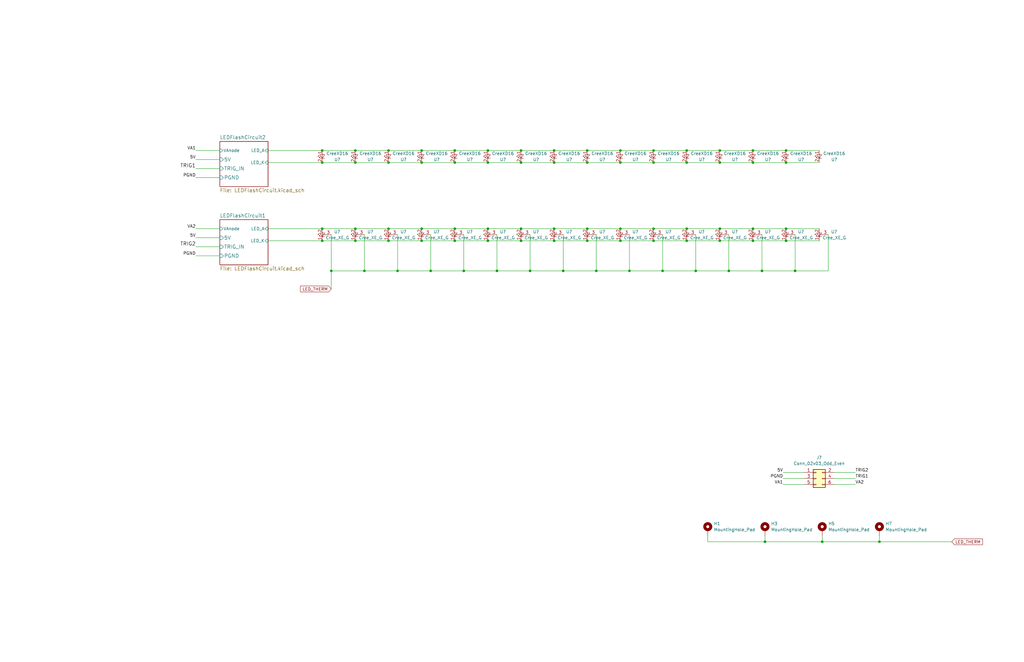
<source format=kicad_sch>
(kicad_sch (version 20211123) (generator eeschema)
  (paper "B")
  (title_block (title "BUM2 LED Controller") (date "2023-01-10") (rev "A"))
  (lib_symbols
    (symbol "Connector_Generic:Conn_02x03_Odd_Even" (pin_names (offset 1.016) hide)
      (property "Reference" "J" (at 1.27 5.08 0))
      (property "Value" "Conn_02x03_Odd_Even" (at 1.27 -5.08 0))
      (symbol "Conn_02x03_Odd_Even_1_1"
        (rectangle (start -1.27 -2.413) (end 0 -2.667) (stroke (width 0.1524)))
        (rectangle (start -1.27 0.127) (end 0 -0.127) (stroke (width 0.1524)))
        (rectangle (start -1.27 2.667) (end 0 2.413) (stroke (width 0.1524)))
        (rectangle (start -1.27 3.81) (end 3.81 -3.81) (stroke (width 0.254)) (fill (type background)))
        (rectangle (start 3.81 -2.413) (end 2.54 -2.667) (stroke (width 0.1524)))
        (rectangle (start 3.81 0.127) (end 2.54 -0.127) (stroke (width 0.1524)))
        (rectangle (start 3.81 2.667) (end 2.54 2.413) (stroke (width 0.1524)))
        (pin passive line (at -5.08 2.54 0) (length 3.81) (name "Pin_1") (number "1"))
        (pin passive line (at 7.62 2.54 180) (length 3.81) (name "Pin_2") (number "2"))
        (pin passive line (at -5.08 0 0) (length 3.81) (name "Pin_3") (number "3"))
        (pin passive line (at 7.62 0 180) (length 3.81) (name "Pin_4") (number "4"))
        (pin passive line (at -5.08 -2.54 0) (length 3.81) (name "Pin_5") (number "5"))
        (pin passive line (at 7.62 -2.54 180) (length 3.81) (name "Pin_6") (number "6"))
      )
    )
    (symbol "Mechanical:MountingHole_Pad" (pin_numbers hide) (pin_names (offset 1.016) hide)
      (property "Reference" "H" (at 0 6.35 0))
      (property "Value" "MountingHole_Pad" (at 0 4.445 0))
      (symbol "MountingHole_Pad_0_1"
        (circle (center 0 1.27) (radius 1.27) (stroke (width 1.27)))
      )
      (symbol "MountingHole_Pad_1_1"
        (pin input line (at 0 -2.54 90) (length 2.54) (name "1") (number "1"))
      )
    )
    (symbol "ProjectDevices:CreeXD16" (pin_names (offset 1.016))
      (property "Reference" "U" (at 0 5.08 0))
      (property "Value" "CreeXD16" (at 0 -3.81 0))
      (symbol "CreeXD16_1_1"
        (polyline (pts (xy -1.016 0) (xy 0.762 0)))
        (polyline (pts (xy 0.762 1.016) (xy 0.762 -1.016)))
        (polyline (pts (xy -0.762 1.016) (xy 0.762 0) (xy -0.762 -1.016) (xy -0.762 1.016)))
        (polyline (pts (xy -0.508 -1.27) (xy 0 -1.778) (xy -0.254 -1.778) (xy 0 -1.778) (xy 0 -1.524)))
        (polyline (pts (xy 0 -0.762) (xy 0.508 -1.27) (xy 0.254 -1.27) (xy 0.508 -1.27) (xy 0.508 -1.016)))
        (pin passive line (at -2.54 0 0) (length 1.778) (name "A") (number "1"))
        (pin passive line (at 2.54 0 180) (length 1.778) (name "K") (number "2"))
      )
    )
    (symbol "ProjectDevices:Cree_XE_G"
      (property "Reference" "U" (at 0 -3.81 0))
      (property "Value" "Cree_XE_G" (at 0 -6.35 0))
      (symbol "Cree_XE_G_0_1"
        (polyline (pts (xy 0 0) (xy 0 1.27)))
      )
      (symbol "Cree_XE_G_1_1"
        (polyline (pts (xy -1.016 0) (xy 0.762 0)))
        (polyline (pts (xy 0.762 1.016) (xy 0.762 -1.016)))
        (polyline (pts (xy -0.762 1.016) (xy 0.762 0) (xy -0.762 -1.016) (xy -0.762 1.016)))
        (polyline (pts (xy -0.508 -1.27) (xy 0 -1.778) (xy -0.254 -1.778) (xy 0 -1.778) (xy 0 -1.524)))
        (polyline (pts (xy 0 -0.762) (xy 0.508 -1.27) (xy 0.254 -1.27) (xy 0.508 -1.27) (xy 0.508 -1.016)))
        (pin passive line (at 2.54 0 180) (length 1.778) (name "K") (number "1"))
        (pin passive line (at -2.54 0 0) (length 1.778) (name "A") (number "2"))
        (pin input line (at 0 3.81 270) (length 2.54) (name "") (number "3"))
      )
    )
  )
  (junction (at 317.5 68.58))
  (junction (at 275.59 96.52))
  (junction (at 163.83 63.5))
  (junction (at 181.61 114.3))
  (junction (at 335.28 114.3))
  (junction (at 149.86 96.52))
  (junction (at 233.68 96.52))
  (junction (at 209.55 114.3))
  (junction (at 303.53 68.58))
  (junction (at 261.62 63.5))
  (junction (at 322.58 228.6))
  (junction (at 219.71 68.58))
  (junction (at 237.49 114.3))
  (junction (at 219.71 101.6))
  (junction (at 261.62 96.52))
  (junction (at 191.77 101.6))
  (junction (at 275.59 101.6))
  (junction (at 153.67 114.3))
  (junction (at 247.65 101.6))
  (junction (at 205.74 63.5))
  (junction (at 247.65 63.5))
  (junction (at 219.71 96.52))
  (junction (at 321.31 114.3))
  (junction (at 223.52 114.3))
  (junction (at 191.77 68.58))
  (junction (at 149.86 63.5))
  (junction (at 331.47 68.58))
  (junction (at 177.8 101.6))
  (junction (at 233.68 101.6))
  (junction (at 317.5 96.52))
  (junction (at 331.47 101.6))
  (junction (at 205.74 96.52))
  (junction (at 163.83 101.6))
  (junction (at 303.53 63.5))
  (junction (at 275.59 63.5))
  (junction (at 247.65 96.52))
  (junction (at 139.7 114.3))
  (junction (at 275.59 68.58))
  (junction (at 195.58 114.3))
  (junction (at 303.53 101.6))
  (junction (at 293.37 114.3))
  (junction (at 163.83 96.52))
  (junction (at 177.8 63.5))
  (junction (at 163.83 68.58))
  (junction (at 135.89 101.6))
  (junction (at 331.47 63.5))
  (junction (at 247.65 68.58))
  (junction (at 233.68 63.5))
  (junction (at 261.62 68.58))
  (junction (at 219.71 63.5))
  (junction (at 149.86 101.6))
  (junction (at 346.71 228.6))
  (junction (at 135.89 63.5))
  (junction (at 135.89 68.58))
  (junction (at 317.5 101.6))
  (junction (at 167.64 114.3))
  (junction (at 233.68 68.58))
  (junction (at 205.74 68.58))
  (junction (at 331.47 96.52))
  (junction (at 370.84 228.6))
  (junction (at 317.5 63.5))
  (junction (at 191.77 63.5))
  (junction (at 135.89 96.52))
  (junction (at 307.34 114.3))
  (junction (at 265.43 114.3))
  (junction (at 279.4 114.3))
  (junction (at 149.86 68.58))
  (junction (at 289.56 101.6))
  (junction (at 191.77 96.52))
  (junction (at 205.74 101.6))
  (junction (at 303.53 96.52))
  (junction (at 289.56 63.5))
  (junction (at 261.62 101.6))
  (junction (at 177.8 68.58))
  (junction (at 251.46 114.3))
  (junction (at 177.8 96.52))
  (junction (at 289.56 96.52))
  (junction (at 289.56 68.58))
  (wire (pts (xy 275.59 63.5) (xy 289.56 63.5)))
  (wire (pts (xy 351.79 199.39) (xy 360.68 199.39)))
  (wire (pts (xy 177.8 96.52) (xy 191.77 96.52)))
  (wire (pts (xy 223.52 114.3) (xy 209.55 114.3)))
  (wire (pts (xy 191.77 68.58) (xy 205.74 68.58)))
  (wire (pts (xy 205.74 63.5) (xy 219.71 63.5)))
  (wire (pts (xy 233.68 63.5) (xy 247.65 63.5)))
  (wire (pts (xy 247.65 101.6) (xy 261.62 101.6)))
  (wire (pts (xy 330.2 204.47) (xy 339.09 204.47)))
  (wire (pts (xy 251.46 114.3) (xy 237.49 114.3)))
  (wire (pts (xy 247.65 63.5) (xy 261.62 63.5)))
  (wire (pts (xy 177.8 63.5) (xy 191.77 63.5)))
  (wire (pts (xy 331.47 96.52) (xy 345.44 96.52)))
  (wire (pts (xy 139.7 99.06) (xy 139.7 114.3)))
  (wire (pts (xy 92.71 104.14) (xy 82.55 104.14)))
  (wire (pts (xy 298.45 226.06) (xy 298.45 228.6)))
  (wire (pts (xy 237.49 114.3) (xy 223.52 114.3)))
  (wire (pts (xy 351.79 201.93) (xy 360.68 201.93)))
  (wire (pts (xy 177.8 101.6) (xy 191.77 101.6)))
  (wire (pts (xy 205.74 96.52) (xy 219.71 96.52)))
  (wire (pts (xy 247.65 96.52) (xy 261.62 96.52)))
  (wire (pts (xy 349.25 114.3) (xy 335.28 114.3)))
  (wire (pts (xy 113.03 63.5) (xy 135.89 63.5)))
  (wire (pts (xy 195.58 99.06) (xy 195.58 114.3)))
  (wire (pts (xy 275.59 101.6) (xy 289.56 101.6)))
  (wire (pts (xy 330.2 201.93) (xy 339.09 201.93)))
  (wire (pts (xy 139.7 114.3) (xy 139.7 121.92)))
  (wire (pts (xy 167.64 114.3) (xy 153.67 114.3)))
  (wire (pts (xy 163.83 96.52) (xy 177.8 96.52)))
  (wire (pts (xy 113.03 96.52) (xy 135.89 96.52)))
  (wire (pts (xy 265.43 99.06) (xy 265.43 114.3)))
  (wire (pts (xy 82.55 74.93) (xy 92.71 74.93)))
  (wire (pts (xy 303.53 96.52) (xy 317.5 96.52)))
  (wire (pts (xy 135.89 63.5) (xy 149.86 63.5)))
  (wire (pts (xy 247.65 68.58) (xy 261.62 68.58)))
  (wire (pts (xy 289.56 68.58) (xy 303.53 68.58)))
  (wire (pts (xy 370.84 226.06) (xy 370.84 228.6)))
  (wire (pts (xy 149.86 63.5) (xy 163.83 63.5)))
  (wire (pts (xy 289.56 101.6) (xy 303.53 101.6)))
  (wire (pts (xy 135.89 68.58) (xy 149.86 68.58)))
  (wire (pts (xy 331.47 101.6) (xy 345.44 101.6)))
  (wire (pts (xy 251.46 99.06) (xy 251.46 114.3)))
  (wire (pts (xy 233.68 68.58) (xy 247.65 68.58)))
  (wire (pts (xy 153.67 99.06) (xy 153.67 114.3)))
  (wire (pts (xy 163.83 63.5) (xy 177.8 63.5)))
  (wire (pts (xy 261.62 96.52) (xy 275.59 96.52)))
  (wire (pts (xy 322.58 228.6) (xy 346.71 228.6)))
  (wire (pts (xy 163.83 68.58) (xy 177.8 68.58)))
  (wire (pts (xy 370.84 228.6) (xy 401.32 228.6)))
  (wire (pts (xy 351.79 204.47) (xy 360.68 204.47)))
  (wire (pts (xy 205.74 101.6) (xy 219.71 101.6)))
  (wire (pts (xy 82.55 96.52) (xy 92.71 96.52)))
  (wire (pts (xy 321.31 99.06) (xy 321.31 114.3)))
  (wire (pts (xy 237.49 99.06) (xy 237.49 114.3)))
  (wire (pts (xy 219.71 68.58) (xy 233.68 68.58)))
  (wire (pts (xy 331.47 68.58) (xy 345.44 68.58)))
  (wire (pts (xy 317.5 63.5) (xy 331.47 63.5)))
  (wire (pts (xy 181.61 99.06) (xy 181.61 114.3)))
  (wire (pts (xy 321.31 114.3) (xy 307.34 114.3)))
  (wire (pts (xy 275.59 68.58) (xy 289.56 68.58)))
  (wire (pts (xy 82.55 107.95) (xy 92.71 107.95)))
  (wire (pts (xy 191.77 96.52) (xy 205.74 96.52)))
  (wire (pts (xy 191.77 101.6) (xy 205.74 101.6)))
  (wire (pts (xy 163.83 101.6) (xy 177.8 101.6)))
  (wire (pts (xy 279.4 99.06) (xy 279.4 114.3)))
  (wire (pts (xy 317.5 96.52) (xy 331.47 96.52)))
  (wire (pts (xy 135.89 96.52) (xy 149.86 96.52)))
  (wire (pts (xy 149.86 68.58) (xy 163.83 68.58)))
  (wire (pts (xy 209.55 114.3) (xy 195.58 114.3)))
  (wire (pts (xy 82.55 100.33) (xy 92.71 100.33)))
  (wire (pts (xy 303.53 68.58) (xy 317.5 68.58)))
  (wire (pts (xy 298.45 228.6) (xy 322.58 228.6)))
  (wire (pts (xy 335.28 99.06) (xy 335.28 114.3)))
  (wire (pts (xy 82.55 63.5) (xy 92.71 63.5)))
  (wire (pts (xy 181.61 114.3) (xy 167.64 114.3)))
  (wire (pts (xy 303.53 101.6) (xy 317.5 101.6)))
  (wire (pts (xy 191.77 63.5) (xy 205.74 63.5)))
  (wire (pts (xy 135.89 101.6) (xy 149.86 101.6)))
  (wire (pts (xy 293.37 114.3) (xy 279.4 114.3)))
  (wire (pts (xy 303.53 63.5) (xy 317.5 63.5)))
  (wire (pts (xy 265.43 114.3) (xy 251.46 114.3)))
  (wire (pts (xy 149.86 96.52) (xy 163.83 96.52)))
  (wire (pts (xy 113.03 101.6) (xy 135.89 101.6)))
  (wire (pts (xy 317.5 101.6) (xy 331.47 101.6)))
  (wire (pts (xy 307.34 99.06) (xy 307.34 114.3)))
  (wire (pts (xy 233.68 96.52) (xy 247.65 96.52)))
  (wire (pts (xy 82.55 67.31) (xy 92.71 67.31)))
  (wire (pts (xy 346.71 226.06) (xy 346.71 228.6)))
  (wire (pts (xy 223.52 99.06) (xy 223.52 114.3)))
  (wire (pts (xy 205.74 68.58) (xy 219.71 68.58)))
  (wire (pts (xy 275.59 96.52) (xy 289.56 96.52)))
  (wire (pts (xy 167.64 99.06) (xy 167.64 114.3)))
  (wire (pts (xy 113.03 68.58) (xy 135.89 68.58)))
  (wire (pts (xy 233.68 101.6) (xy 247.65 101.6)))
  (wire (pts (xy 307.34 114.3) (xy 293.37 114.3)))
  (wire (pts (xy 349.25 99.06) (xy 349.25 114.3)))
  (wire (pts (xy 293.37 99.06) (xy 293.37 114.3)))
  (wire (pts (xy 219.71 101.6) (xy 233.68 101.6)))
  (wire (pts (xy 279.4 114.3) (xy 265.43 114.3)))
  (wire (pts (xy 261.62 63.5) (xy 275.59 63.5)))
  (wire (pts (xy 322.58 226.06) (xy 322.58 228.6)))
  (wire (pts (xy 82.55 71.12) (xy 92.71 71.12)))
  (wire (pts (xy 289.56 63.5) (xy 303.53 63.5)))
  (wire (pts (xy 149.86 101.6) (xy 163.83 101.6)))
  (wire (pts (xy 153.67 114.3) (xy 139.7 114.3)))
  (wire (pts (xy 289.56 96.52) (xy 303.53 96.52)))
  (wire (pts (xy 195.58 114.3) (xy 181.61 114.3)))
  (wire (pts (xy 177.8 68.58) (xy 191.77 68.58)))
  (wire (pts (xy 317.5 68.58) (xy 331.47 68.58)))
  (wire (pts (xy 330.2 199.39) (xy 339.09 199.39)))
  (wire (pts (xy 209.55 99.06) (xy 209.55 114.3)))
  (wire (pts (xy 261.62 101.6) (xy 275.59 101.6)))
  (wire (pts (xy 261.62 68.58) (xy 275.59 68.58)))
  (wire (pts (xy 219.71 63.5) (xy 233.68 63.5)))
  (wire (pts (xy 335.28 114.3) (xy 321.31 114.3)))
  (wire (pts (xy 331.47 63.5) (xy 345.44 63.5)))
  (wire (pts (xy 219.71 96.52) (xy 233.68 96.52)))
  (wire (pts (xy 346.71 228.6) (xy 370.84 228.6)))
  (label "TRIG2" (at 82.55 104.14 180) (effects (font (size 1.524 1.524))))
  (label "TRIG1" (at 360.68 201.93 0))
  (label "PGND" (at 82.55 107.95 180))
  (label "5V" (at 82.55 67.31 180))
  (label "TRIG2" (at 360.68 199.39 0))
  (label "5V" (at 82.55 100.33 180))
  (label "VA2" (at 82.55 96.52 180))
  (label "VA1" (at 82.55 63.5 180))
  (label "5V" (at 330.2 199.39 180))
  (label "PGND" (at 82.55 74.93 180))
  (label "VA1" (at 330.2 204.47 180))
  (label "VA2" (at 360.68 204.47 0))
  (label "PGND" (at 330.2 201.93 180))
  (label "TRIG1" (at 82.55 71.12 180) (effects (font (size 1.524 1.524))))
  (global_label "LED_THERM" (shape input) (at 139.7 121.92 180) (property "Intersheet References" "${INTERSHEET_REFS}" (effects hide)))
  (global_label "LED_THERM" (shape input) (at 401.32 228.6 0) (property "Intersheet References" "${INTERSHEET_REFS}" (effects hide)))
  (symbol (lib_id "ProjectDevices:CreeXD16") (at 177.8 66.04 270) (unit 1)
    (property "Reference" "U?" (at 184.15 67.31 90))
    (property "Value" "CreeXD16" (at 184.15 64.77 90))
    (property "Footprint" "ProjectFootprints:Cree_XD16_Min" (effects hide))
    (property "Datasheet" "https://www.mouser.com/datasheet/2/90/ds-XD16-1288346.pdf" (effects hide))
    (property "Part Number" "941-XD16AWTH000KE4" (effects hide))
    (property "Supplier" "Mouser" (effects hide))
    (property "Link" "https://www.mouser.com/ProductDetail/Cree-Inc/XD16AWT-H0-0000-000000KE4?qs=%2Fha2pyFaduiVzHKFxRNZ6SGCHJbweWSfUZkxg0HZq0T4yXWLUONP0w%3D%3D" (effects hide))
  )
  (symbol (lib_id "ProjectDevices:CreeXD16") (at 191.77 66.04 270) (unit 1)
    (property "Reference" "U?" (at 198.12 67.31 90))
    (property "Value" "CreeXD16" (at 198.12 64.77 90))
    (property "Footprint" "ProjectFootprints:Cree_XD16_Min" (effects hide))
    (property "Datasheet" "https://www.mouser.com/datasheet/2/90/ds-XD16-1288346.pdf" (effects hide))
    (property "Part Number" "941-XD16AWTH000KE4" (effects hide))
    (property "Supplier" "Mouser" (effects hide))
    (property "Link" "https://www.mouser.com/ProductDetail/Cree-Inc/XD16AWT-H0-0000-000000KE4?qs=%2Fha2pyFaduiVzHKFxRNZ6SGCHJbweWSfUZkxg0HZq0T4yXWLUONP0w%3D%3D" (effects hide))
  )
  (symbol (lib_id "ProjectDevices:Cree_XE_G") (at 247.65 99.06 270) (unit 1)
    (property "Reference" "U?" (at 255.27 97.79 90) (effects (justify right)))
    (property "Value" "Cree_XE_G" (at 259.08 100.33 90) (effects (justify right)))
    (property "Footprint" "ProjectFootprints:Cree_XE_G" (effects hide))
  )
  (symbol (lib_id "ProjectDevices:Cree_XE_G") (at 135.89 99.06 270) (unit 1)
    (property "Reference" "U?" (at 143.51 97.79 90) (effects (justify right)))
    (property "Value" "Cree_XE_G" (at 147.32 100.33 90) (effects (justify right)))
    (property "Footprint" "ProjectFootprints:Cree_XE_G" (effects hide))
  )
  (symbol (lib_id "ProjectDevices:Cree_XE_G") (at 331.47 99.06 270) (unit 1)
    (property "Reference" "U?" (at 339.09 97.79 90) (effects (justify right)))
    (property "Value" "Cree_XE_G" (at 342.9 100.33 90) (effects (justify right)))
    (property "Footprint" "ProjectFootprints:Cree_XE_G" (effects hide))
  )
  (symbol (lib_id "ProjectDevices:Cree_XE_G") (at 303.53 99.06 270) (unit 1)
    (property "Reference" "U?" (at 311.15 97.79 90) (effects (justify right)))
    (property "Value" "Cree_XE_G" (at 314.96 100.33 90) (effects (justify right)))
    (property "Footprint" "ProjectFootprints:Cree_XE_G" (effects hide))
  )
  (symbol (lib_id "ProjectDevices:CreeXD16") (at 289.56 66.04 270) (unit 1)
    (property "Reference" "U?" (at 295.91 67.31 90))
    (property "Value" "CreeXD16" (at 295.91 64.77 90))
    (property "Footprint" "ProjectFootprints:Cree_XD16_Min" (effects hide))
    (property "Datasheet" "https://www.mouser.com/datasheet/2/90/ds-XD16-1288346.pdf" (effects hide))
    (property "Part Number" "941-XD16AWTH000KE4" (effects hide))
    (property "Supplier" "Mouser" (effects hide))
    (property "Link" "https://www.mouser.com/ProductDetail/Cree-Inc/XD16AWT-H0-0000-000000KE4?qs=%2Fha2pyFaduiVzHKFxRNZ6SGCHJbweWSfUZkxg0HZq0T4yXWLUONP0w%3D%3D" (effects hide))
  )
  (symbol (lib_id "ProjectDevices:Cree_XE_G") (at 233.68 99.06 270) (unit 1)
    (property "Reference" "U?" (at 241.3 97.79 90) (effects (justify right)))
    (property "Value" "Cree_XE_G" (at 245.11 100.33 90) (effects (justify right)))
    (property "Footprint" "ProjectFootprints:Cree_XE_G" (effects hide))
  )
  (symbol (lib_id "ProjectDevices:Cree_XE_G") (at 275.59 99.06 270) (unit 1)
    (property "Reference" "U?" (at 283.21 97.79 90) (effects (justify right)))
    (property "Value" "Cree_XE_G" (at 287.02 100.33 90) (effects (justify right)))
    (property "Footprint" "ProjectFootprints:Cree_XE_G" (effects hide))
  )
  (symbol (lib_id "ProjectDevices:CreeXD16") (at 261.62 66.04 270) (unit 1)
    (property "Reference" "U?" (at 267.97 67.31 90))
    (property "Value" "CreeXD16" (at 267.97 64.77 90))
    (property "Footprint" "ProjectFootprints:Cree_XD16_Min" (effects hide))
    (property "Datasheet" "https://www.mouser.com/datasheet/2/90/ds-XD16-1288346.pdf" (effects hide))
    (property "Part Number" "941-XD16AWTH000KE4" (effects hide))
    (property "Supplier" "Mouser" (effects hide))
    (property "Link" "https://www.mouser.com/ProductDetail/Cree-Inc/XD16AWT-H0-0000-000000KE4?qs=%2Fha2pyFaduiVzHKFxRNZ6SGCHJbweWSfUZkxg0HZq0T4yXWLUONP0w%3D%3D" (effects hide))
  )
  (symbol (lib_id "ProjectDevices:CreeXD16") (at 275.59 66.04 270) (unit 1)
    (property "Reference" "U?" (at 281.94 67.31 90))
    (property "Value" "CreeXD16" (at 281.94 64.77 90))
    (property "Footprint" "ProjectFootprints:Cree_XD16_Min" (effects hide))
    (property "Datasheet" "https://www.mouser.com/datasheet/2/90/ds-XD16-1288346.pdf" (effects hide))
    (property "Part Number" "941-XD16AWTH000KE4" (effects hide))
    (property "Supplier" "Mouser" (effects hide))
    (property "Link" "https://www.mouser.com/ProductDetail/Cree-Inc/XD16AWT-H0-0000-000000KE4?qs=%2Fha2pyFaduiVzHKFxRNZ6SGCHJbweWSfUZkxg0HZq0T4yXWLUONP0w%3D%3D" (effects hide))
  )
  (symbol (lib_id "ProjectDevices:Cree_XE_G") (at 205.74 99.06 270) (unit 1)
    (property "Reference" "U?" (at 213.36 97.79 90) (effects (justify right)))
    (property "Value" "Cree_XE_G" (at 217.17 100.33 90) (effects (justify right)))
    (property "Footprint" "ProjectFootprints:Cree_XE_G" (effects hide))
  )
  (symbol (lib_id "ProjectDevices:Cree_XE_G") (at 149.86 99.06 270) (unit 1)
    (property "Reference" "U?" (at 157.48 97.79 90) (effects (justify right)))
    (property "Value" "Cree_XE_G" (at 161.29 100.33 90) (effects (justify right)))
    (property "Footprint" "ProjectFootprints:Cree_XE_G" (effects hide))
  )
  (symbol (lib_id "ProjectDevices:Cree_XE_G") (at 345.44 99.06 270) (unit 1)
    (property "Reference" "U?" (at 353.06 97.79 90) (effects (justify right)))
    (property "Value" "Cree_XE_G" (at 356.87 100.33 90) (effects (justify right)))
    (property "Footprint" "ProjectFootprints:Cree_XE_G" (effects hide))
  )
  (symbol (lib_id "ProjectDevices:Cree_XE_G") (at 191.77 99.06 270) (unit 1)
    (property "Reference" "U?" (at 199.39 97.79 90) (effects (justify right)))
    (property "Value" "Cree_XE_G" (at 203.2 100.33 90) (effects (justify right)))
    (property "Footprint" "ProjectFootprints:Cree_XE_G" (effects hide))
  )
  (symbol (lib_id "ProjectDevices:Cree_XE_G") (at 177.8 99.06 270) (unit 1)
    (property "Reference" "U?" (at 185.42 97.79 90) (effects (justify right)))
    (property "Value" "Cree_XE_G" (at 189.23 100.33 90) (effects (justify right)))
    (property "Footprint" "ProjectFootprints:Cree_XE_G" (effects hide))
  )
  (symbol (lib_id "Connector_Generic:Conn_02x03_Odd_Even") (at 344.17 201.93 0) (unit 1)
    (property "Reference" "J?" (at 345.44 193.04 0))
    (property "Value" "Conn_02x03_Odd_Even" (at 345.44 195.58 0))
  )
  (symbol (lib_id "Mechanical:MountingHole_Pad") (at 346.71 223.52 0) (unit 1)
    (property "Reference" "H5" (at 349.25 220.9799 0) (effects (justify left)))
    (property "Value" "MountingHole_Pad" (at 349.25 223.5199 0) (effects (justify left)))
    (property "Footprint" "MountingHole:MountingHole_3.2mm_M3_ISO14580_Pad" (effects hide))
  )
  (symbol (lib_id "ProjectDevices:Cree_XE_G") (at 219.71 99.06 270) (unit 1)
    (property "Reference" "U?" (at 227.33 97.79 90) (effects (justify right)))
    (property "Value" "Cree_XE_G" (at 231.14 100.33 90) (effects (justify right)))
    (property "Footprint" "ProjectFootprints:Cree_XE_G" (effects hide))
  )
  (symbol (lib_id "ProjectDevices:CreeXD16") (at 135.89 66.04 270) (unit 1)
    (property "Reference" "U?" (at 142.24 67.31 90))
    (property "Value" "CreeXD16" (at 142.24 64.77 90))
    (property "Footprint" "ProjectFootprints:Cree_XD16_Min" (effects hide))
    (property "Datasheet" "https://www.mouser.com/datasheet/2/90/ds-XD16-1288346.pdf" (effects hide))
    (property "Part Number" "941-XD16AWTH000KE4" (effects hide))
    (property "Supplier" "Mouser" (effects hide))
    (property "Link" "https://www.mouser.com/ProductDetail/Cree-Inc/XD16AWT-H0-0000-000000KE4?qs=%2Fha2pyFaduiVzHKFxRNZ6SGCHJbweWSfUZkxg0HZq0T4yXWLUONP0w%3D%3D" (effects hide))
  )
  (symbol (lib_id "ProjectDevices:CreeXD16") (at 303.53 66.04 270) (unit 1)
    (property "Reference" "U?" (at 309.88 67.31 90))
    (property "Value" "CreeXD16" (at 309.88 64.77 90))
    (property "Footprint" "ProjectFootprints:Cree_XD16_Min" (effects hide))
    (property "Datasheet" "https://www.mouser.com/datasheet/2/90/ds-XD16-1288346.pdf" (effects hide))
    (property "Part Number" "941-XD16AWTH000KE4" (effects hide))
    (property "Supplier" "Mouser" (effects hide))
    (property "Link" "https://www.mouser.com/ProductDetail/Cree-Inc/XD16AWT-H0-0000-000000KE4?qs=%2Fha2pyFaduiVzHKFxRNZ6SGCHJbweWSfUZkxg0HZq0T4yXWLUONP0w%3D%3D" (effects hide))
  )
  (symbol (lib_id "ProjectDevices:CreeXD16") (at 331.47 66.04 270) (unit 1)
    (property "Reference" "U?" (at 337.82 67.31 90))
    (property "Value" "CreeXD16" (at 337.82 64.77 90))
    (property "Footprint" "ProjectFootprints:Cree_XD16_Min" (effects hide))
    (property "Datasheet" "https://www.mouser.com/datasheet/2/90/ds-XD16-1288346.pdf" (effects hide))
    (property "Part Number" "941-XD16AWTH000KE4" (effects hide))
    (property "Supplier" "Mouser" (effects hide))
    (property "Link" "https://www.mouser.com/ProductDetail/Cree-Inc/XD16AWT-H0-0000-000000KE4?qs=%2Fha2pyFaduiVzHKFxRNZ6SGCHJbweWSfUZkxg0HZq0T4yXWLUONP0w%3D%3D" (effects hide))
  )
  (symbol (lib_id "ProjectDevices:Cree_XE_G") (at 317.5 99.06 270) (unit 1)
    (property "Reference" "U?" (at 325.12 97.79 90) (effects (justify right)))
    (property "Value" "Cree_XE_G" (at 328.93 100.33 90) (effects (justify right)))
    (property "Footprint" "ProjectFootprints:Cree_XE_G" (effects hide))
  )
  (symbol (lib_id "ProjectDevices:CreeXD16") (at 205.74 66.04 270) (unit 1)
    (property "Reference" "U?" (at 212.09 67.31 90))
    (property "Value" "CreeXD16" (at 212.09 64.77 90))
    (property "Footprint" "ProjectFootprints:Cree_XD16_Min" (effects hide))
    (property "Datasheet" "https://www.mouser.com/datasheet/2/90/ds-XD16-1288346.pdf" (effects hide))
    (property "Part Number" "941-XD16AWTH000KE4" (effects hide))
    (property "Supplier" "Mouser" (effects hide))
    (property "Link" "https://www.mouser.com/ProductDetail/Cree-Inc/XD16AWT-H0-0000-000000KE4?qs=%2Fha2pyFaduiVzHKFxRNZ6SGCHJbweWSfUZkxg0HZq0T4yXWLUONP0w%3D%3D" (effects hide))
  )
  (symbol (lib_id "ProjectDevices:CreeXD16") (at 247.65 66.04 270) (unit 1)
    (property "Reference" "U?" (at 254 67.31 90))
    (property "Value" "CreeXD16" (at 254 64.77 90))
    (property "Footprint" "ProjectFootprints:Cree_XD16_Min" (effects hide))
    (property "Datasheet" "https://www.mouser.com/datasheet/2/90/ds-XD16-1288346.pdf" (effects hide))
    (property "Part Number" "941-XD16AWTH000KE4" (effects hide))
    (property "Supplier" "Mouser" (effects hide))
    (property "Link" "https://www.mouser.com/ProductDetail/Cree-Inc/XD16AWT-H0-0000-000000KE4?qs=%2Fha2pyFaduiVzHKFxRNZ6SGCHJbweWSfUZkxg0HZq0T4yXWLUONP0w%3D%3D" (effects hide))
  )
  (symbol (lib_id "Mechanical:MountingHole_Pad") (at 370.84 223.52 0) (unit 1)
    (property "Reference" "H7" (at 373.38 220.9799 0) (effects (justify left)))
    (property "Value" "MountingHole_Pad" (at 373.38 223.5199 0) (effects (justify left)))
    (property "Footprint" "MountingHole:MountingHole_3.2mm_M3_ISO14580_Pad" (effects hide))
  )
  (symbol (lib_id "ProjectDevices:CreeXD16") (at 345.44 66.04 270) (unit 1)
    (property "Reference" "U?" (at 351.79 67.31 90))
    (property "Value" "CreeXD16" (at 351.79 64.77 90))
    (property "Footprint" "ProjectFootprints:Cree_XD16_Min" (effects hide))
    (property "Datasheet" "https://www.mouser.com/datasheet/2/90/ds-XD16-1288346.pdf" (effects hide))
    (property "Part Number" "941-XD16AWTH000KE4" (effects hide))
    (property "Supplier" "Mouser" (effects hide))
    (property "Link" "https://www.mouser.com/ProductDetail/Cree-Inc/XD16AWT-H0-0000-000000KE4?qs=%2Fha2pyFaduiVzHKFxRNZ6SGCHJbweWSfUZkxg0HZq0T4yXWLUONP0w%3D%3D" (effects hide))
  )
  (symbol (lib_id "ProjectDevices:CreeXD16") (at 149.86 66.04 270) (unit 1)
    (property "Reference" "U?" (at 156.21 67.31 90))
    (property "Value" "CreeXD16" (at 156.21 64.77 90))
    (property "Footprint" "ProjectFootprints:Cree_XD16_Min" (effects hide))
    (property "Datasheet" "https://www.mouser.com/datasheet/2/90/ds-XD16-1288346.pdf" (effects hide))
    (property "Part Number" "941-XD16AWTH000KE4" (effects hide))
    (property "Supplier" "Mouser" (effects hide))
    (property "Link" "https://www.mouser.com/ProductDetail/Cree-Inc/XD16AWT-H0-0000-000000KE4?qs=%2Fha2pyFaduiVzHKFxRNZ6SGCHJbweWSfUZkxg0HZq0T4yXWLUONP0w%3D%3D" (effects hide))
  )
  (symbol (lib_id "ProjectDevices:Cree_XE_G") (at 163.83 99.06 270) (unit 1)
    (property "Reference" "U?" (at 171.45 97.79 90) (effects (justify right)))
    (property "Value" "Cree_XE_G" (at 175.26 100.33 90) (effects (justify right)))
    (property "Footprint" "ProjectFootprints:Cree_XE_G" (effects hide))
  )
  (symbol (lib_id "ProjectDevices:CreeXD16") (at 219.71 66.04 270) (unit 1)
    (property "Reference" "U?" (at 226.06 67.31 90))
    (property "Value" "CreeXD16" (at 226.06 64.77 90))
    (property "Footprint" "ProjectFootprints:Cree_XD16_Min" (effects hide))
    (property "Datasheet" "https://www.mouser.com/datasheet/2/90/ds-XD16-1288346.pdf" (effects hide))
    (property "Part Number" "941-XD16AWTH000KE4" (effects hide))
    (property "Supplier" "Mouser" (effects hide))
    (property "Link" "https://www.mouser.com/ProductDetail/Cree-Inc/XD16AWT-H0-0000-000000KE4?qs=%2Fha2pyFaduiVzHKFxRNZ6SGCHJbweWSfUZkxg0HZq0T4yXWLUONP0w%3D%3D" (effects hide))
  )
  (symbol (lib_id "ProjectDevices:Cree_XE_G") (at 261.62 99.06 270) (unit 1)
    (property "Reference" "U?" (at 269.24 97.79 90) (effects (justify right)))
    (property "Value" "Cree_XE_G" (at 273.05 100.33 90) (effects (justify right)))
    (property "Footprint" "ProjectFootprints:Cree_XE_G" (effects hide))
  )
  (symbol (lib_id "ProjectDevices:Cree_XE_G") (at 289.56 99.06 270) (unit 1)
    (property "Reference" "U?" (at 297.18 97.79 90) (effects (justify right)))
    (property "Value" "Cree_XE_G" (at 300.99 100.33 90) (effects (justify right)))
    (property "Footprint" "ProjectFootprints:Cree_XE_G" (effects hide))
  )
  (symbol (lib_id "ProjectDevices:CreeXD16") (at 317.5 66.04 270) (unit 1)
    (property "Reference" "U?" (at 323.85 67.31 90))
    (property "Value" "CreeXD16" (at 323.85 64.77 90))
    (property "Footprint" "ProjectFootprints:Cree_XD16_Min" (effects hide))
    (property "Datasheet" "https://www.mouser.com/datasheet/2/90/ds-XD16-1288346.pdf" (effects hide))
    (property "Part Number" "941-XD16AWTH000KE4" (effects hide))
    (property "Supplier" "Mouser" (effects hide))
    (property "Link" "https://www.mouser.com/ProductDetail/Cree-Inc/XD16AWT-H0-0000-000000KE4?qs=%2Fha2pyFaduiVzHKFxRNZ6SGCHJbweWSfUZkxg0HZq0T4yXWLUONP0w%3D%3D" (effects hide))
  )
  (symbol (lib_id "ProjectDevices:CreeXD16") (at 233.68 66.04 270) (unit 1)
    (property "Reference" "U?" (at 240.03 67.31 90))
    (property "Value" "CreeXD16" (at 240.03 64.77 90))
    (property "Footprint" "ProjectFootprints:Cree_XD16_Min" (effects hide))
    (property "Datasheet" "https://www.mouser.com/datasheet/2/90/ds-XD16-1288346.pdf" (effects hide))
    (property "Part Number" "941-XD16AWTH000KE4" (effects hide))
    (property "Supplier" "Mouser" (effects hide))
    (property "Link" "https://www.mouser.com/ProductDetail/Cree-Inc/XD16AWT-H0-0000-000000KE4?qs=%2Fha2pyFaduiVzHKFxRNZ6SGCHJbweWSfUZkxg0HZq0T4yXWLUONP0w%3D%3D" (effects hide))
  )
  (symbol (lib_id "Mechanical:MountingHole_Pad") (at 322.58 223.52 0) (unit 1)
    (property "Reference" "H3" (at 325.12 220.9799 0) (effects (justify left)))
    (property "Value" "MountingHole_Pad" (at 325.12 223.5199 0) (effects (justify left)))
    (property "Footprint" "MountingHole:MountingHole_3.2mm_M3_ISO14580_Pad" (effects hide))
  )
  (symbol (lib_id "Mechanical:MountingHole_Pad") (at 298.45 223.52 0) (unit 1)
    (property "Reference" "H1" (at 300.99 220.9799 0) (effects (justify left)))
    (property "Value" "MountingHole_Pad" (at 300.99 223.5199 0) (effects (justify left)))
    (property "Footprint" "MountingHole:MountingHole_3.2mm_M3_ISO14580_Pad" (effects hide))
  )
  (symbol (lib_id "ProjectDevices:CreeXD16") (at 163.83 66.04 270) (unit 1)
    (property "Reference" "U?" (at 170.18 67.31 90))
    (property "Value" "CreeXD16" (at 170.18 64.77 90))
    (property "Footprint" "ProjectFootprints:Cree_XD16_Min" (effects hide))
    (property "Datasheet" "https://www.mouser.com/datasheet/2/90/ds-XD16-1288346.pdf" (effects hide))
    (property "Part Number" "941-XD16AWTH000KE4" (effects hide))
    (property "Supplier" "Mouser" (effects hide))
    (property "Link" "https://www.mouser.com/ProductDetail/Cree-Inc/XD16AWT-H0-0000-000000KE4?qs=%2Fha2pyFaduiVzHKFxRNZ6SGCHJbweWSfUZkxg0HZq0T4yXWLUONP0w%3D%3D" (effects hide))
  )
  (sheet (at 92.71 92.71) (size 20.32 19.05)
    (property "Sheet name" "LEDFlashCircuit1" (at 92.71 91.8714 0) (effects (font (size 1.524 1.524)) (justify left bottom)))
    (property "Sheet file" "LEDFlashCircuit.kicad_sch" (at 92.71 112.4462 0) (effects (font (size 1.524 1.524)) (justify left top)))
    (pin "PGND" input (at 92.71 107.95 180) (effects (font (size 1.524 1.524))))
    (pin "TRIG_IN" input (at 92.71 104.14 180) (effects (font (size 1.524 1.524))))
    (pin "5V" input (at 92.71 100.33 180) (effects (font (size 1.524 1.524))))
    (pin "LED_A" input (at 113.03 96.52 0))
    (pin "LED_K" input (at 113.03 101.6 0))
    (pin "VAnode" input (at 92.71 96.52 180))
  )
  (sheet (at 92.71 59.69) (size 20.32 19.05)
    (property "Sheet name" "LEDFlashCircuit2" (at 92.71 58.8514 0) (effects (font (size 1.524 1.524)) (justify left bottom)))
    (property "Sheet file" "LEDFlashCircuit.kicad_sch" (at 92.71 79.4262 0) (effects (font (size 1.524 1.524)) (justify left top)))
    (pin "PGND" input (at 92.71 74.93 180) (effects (font (size 1.524 1.524))))
    (pin "TRIG_IN" input (at 92.71 71.12 180) (effects (font (size 1.524 1.524))))
    (pin "5V" input (at 92.71 67.31 180) (effects (font (size 1.524 1.524))))
    (pin "LED_A" input (at 113.03 63.5 0))
    (pin "LED_K" input (at 113.03 68.58 0))
    (pin "VAnode" input (at 92.71 63.5 180))
  )
)
</source>
